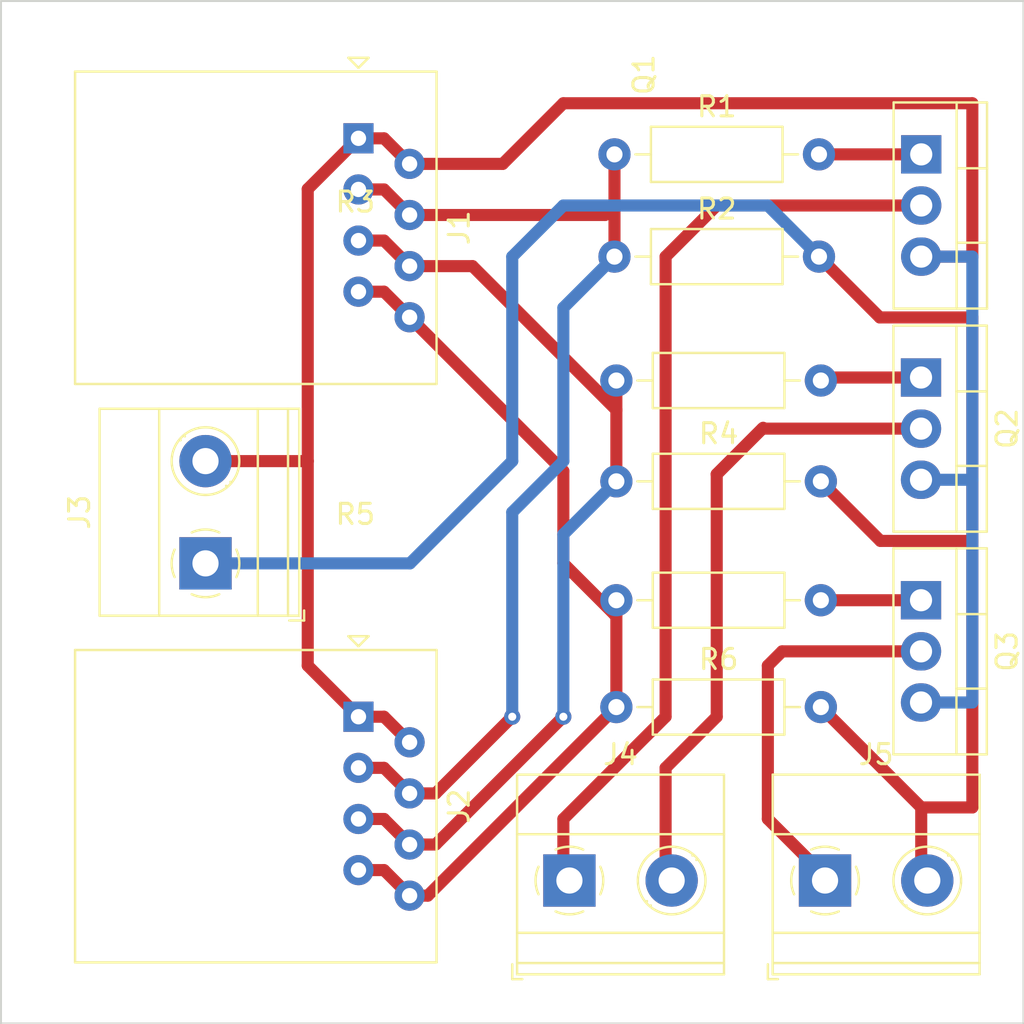
<source format=kicad_pcb>
(kicad_pcb (version 20221018) (generator pcbnew)
  (layers (0 "F.Cu" signal) (31 "B.Cu" signal) (34 "B.Paste" user) (35 "F.Paste" user) (36 "B.SilkS" user "B.Silkscreen") (37 "F.SilkS" user "F.Silkscreen") (38 "B.Mask" user) (39 "F.Mask" user) (44 "Edge.Cuts" user))
  (net 0 "")
  (net 1 "Net-(J3-Pin_1)")
  (net 2 "Net-(J3-Pin_2)")
  (net 3 "Net-(J4-Pin_1)")
  (net 4 "Net-(J4-Pin_2)")
  (net 5 "Net-(J5-Pin_1)")
  (net 6 "Net-(Q1-G)")
  (net 7 "Net-(Q2-G)")
  (net 8 "Net-(Q3-G)")
  (net 9 "Net-(J1-Pad7)")
  (net 10 "Net-(J1-Pad5)")
  (net 11 "Net-(J1-Pad3)")
  (footprint "Package_TO_SOT_THT:TO-220-3_Vertical" (layer "F.Cu") (at 99.04963 80.571791 -90)
    (fp_text reference "Q3" (at 2.54 -4.27 90) (layer "F.SilkS"))
    (fp_text value "IRLZ44N")
    (fp_line (start -2.58 -3.27) (end -2.58 1.371) (stroke (width 0.12)) (layer "F.SilkS"))
    (fp_line (start -2.58 -3.27) (end 7.66 -3.27) (stroke (width 0.12)) (layer "F.SilkS"))
    (fp_line (start -2.58 -1.76) (end 7.66 -1.76) (stroke (width 0.12)) (layer "F.SilkS"))
    (fp_line (start -2.58 1.371) (end 7.66 1.371) (stroke (width 0.12)) (layer "F.SilkS"))
    (fp_line (start 0.69 -3.27) (end 0.69 -1.76) (stroke (width 0.12)) (layer "F.SilkS"))
    (fp_line (start 4.391 -3.27) (end 4.391 -1.76) (stroke (width 0.12)) (layer "F.SilkS"))
    (fp_line (start 7.66 -3.27) (end 7.66 1.371) (stroke (width 0.12)) (layer "F.SilkS"))
    (pad "1" thru_hole rect (at 0 0 270) (size 1.905 2) (drill 1.1) (layers "*.Cu" "*.Mask") (net 8 "Net-(Q3-G)"))
    (pad "2" thru_hole oval (at 2.54 0 270) (size 1.905 2) (drill 1.1) (layers "*.Cu" "*.Mask") (net 5 "Net-(J5-Pin_1)"))
    (pad "3" thru_hole oval (at 5.08 0 270) (size 1.905 2) (drill 1.1) (layers "*.Cu" "*.Mask") (net 2 "Net-(J3-Pin_2)"))
  )
  (footprint "Resistor_THT:R_Axial_DIN0207_L6.3mm_D2.5mm_P10.16mm_Horizontal" (layer "F.Cu") (at 83.913468 85.880248)
    (fp_text reference "R6" (at 5.08 -2.37) (layer "F.SilkS"))
    (fp_text value "1k")
    (fp_line (start 1.04 0) (end 1.81 0) (stroke (width 0.12)) (layer "F.SilkS"))
    (fp_line (start 1.81 -1.37) (end 1.81 1.37) (stroke (width 0.12)) (layer "F.SilkS"))
    (fp_line (start 1.81 1.37) (end 8.35 1.37) (stroke (width 0.12)) (layer "F.SilkS"))
    (fp_line (start 8.35 -1.37) (end 1.81 -1.37) (stroke (width 0.12)) (layer "F.SilkS"))
    (fp_line (start 8.35 1.37) (end 8.35 -1.37) (stroke (width 0.12)) (layer "F.SilkS"))
    (fp_line (start 9.12 0) (end 8.35 0) (stroke (width 0.12)) (layer "F.SilkS"))
    (pad "1" thru_hole circle (at 0 0) (size 1.6 1.6) (drill 0.8) (layers "*.Cu" "*.Mask") (net 9 "Net-(J1-Pad7)"))
    (pad "2" thru_hole oval (at 10.16 0) (size 1.6 1.6) (drill 0.8) (layers "*.Cu" "*.Mask") (net 1 "Net-(J3-Pin_1)"))
  )
  (footprint "Resistor_THT:R_Axial_DIN0207_L6.3mm_D2.5mm_P10.16mm_Horizontal" (layer "F.Cu") (at 83.913468 69.655809)
    (fp_text reference "R3" (at -12.97 -8.87) (layer "F.SilkS"))
    (fp_text value "1k")
    (fp_line (start 1.04 0) (end 1.81 0) (stroke (width 0.12)) (layer "F.SilkS"))
    (fp_line (start 1.81 -1.37) (end 1.81 1.37) (stroke (width 0.12)) (layer "F.SilkS"))
    (fp_line (start 1.81 1.37) (end 8.35 1.37) (stroke (width 0.12)) (layer "F.SilkS"))
    (fp_line (start 8.35 -1.37) (end 1.81 -1.37) (stroke (width 0.12)) (layer "F.SilkS"))
    (fp_line (start 8.35 1.37) (end 8.35 -1.37) (stroke (width 0.12)) (layer "F.SilkS"))
    (fp_line (start 9.12 0) (end 8.35 0) (stroke (width 0.12)) (layer "F.SilkS"))
    (pad "1" thru_hole circle (at 0 0) (size 1.6 1.6) (drill 0.8) (layers "*.Cu" "*.Mask") (net 10 "Net-(J1-Pad5)"))
    (pad "2" thru_hole oval (at 10.16 0) (size 1.6 1.6) (drill 0.8) (layers "*.Cu" "*.Mask") (net 7 "Net-(Q2-G)"))
  )
  (footprint "Resistor_THT:R_Axial_DIN0207_L6.3mm_D2.5mm_P10.16mm_Horizontal" (layer "F.Cu") (at 83.913468 80.571791)
    (fp_text reference "R5" (at -12.97 -4.27) (layer "F.SilkS"))
    (fp_text value "1k")
    (fp_line (start 1.04 0) (end 1.81 0) (stroke (width 0.12)) (layer "F.SilkS"))
    (fp_line (start 1.81 -1.37) (end 1.81 1.37) (stroke (width 0.12)) (layer "F.SilkS"))
    (fp_line (start 1.81 1.37) (end 8.35 1.37) (stroke (width 0.12)) (layer "F.SilkS"))
    (fp_line (start 8.35 -1.37) (end 1.81 -1.37) (stroke (width 0.12)) (layer "F.SilkS"))
    (fp_line (start 8.35 1.37) (end 8.35 -1.37) (stroke (width 0.12)) (layer "F.SilkS"))
    (fp_line (start 9.12 0) (end 8.35 0) (stroke (width 0.12)) (layer "F.SilkS"))
    (pad "1" thru_hole circle (at 0 0) (size 1.6 1.6) (drill 0.8) (layers "*.Cu" "*.Mask") (net 9 "Net-(J1-Pad7)"))
    (pad "2" thru_hole oval (at 10.16 0) (size 1.6 1.6) (drill 0.8) (layers "*.Cu" "*.Mask") (net 8 "Net-(Q3-G)"))
  )
  (footprint "Package_TO_SOT_THT:TO-220-3_Vertical" (layer "F.Cu") (at 99.06 58.42 -90)
    (fp_text reference "Q1" (at -3.96 13.78 90) (layer "F.SilkS"))
    (fp_text value "IRLZ44N")
    (fp_line (start -2.58 -3.27) (end -2.58 1.371) (stroke (width 0.12)) (layer "F.SilkS"))
    (fp_line (start -2.58 -3.27) (end 7.66 -3.27) (stroke (width 0.12)) (layer "F.SilkS"))
    (fp_line (start -2.58 -1.76) (end 7.66 -1.76) (stroke (width 0.12)) (layer "F.SilkS"))
    (fp_line (start -2.58 1.371) (end 7.66 1.371) (stroke (width 0.12)) (layer "F.SilkS"))
    (fp_line (start 0.69 -3.27) (end 0.69 -1.76) (stroke (width 0.12)) (layer "F.SilkS"))
    (fp_line (start 4.391 -3.27) (end 4.391 -1.76) (stroke (width 0.12)) (layer "F.SilkS"))
    (fp_line (start 7.66 -3.27) (end 7.66 1.371) (stroke (width 0.12)) (layer "F.SilkS"))
    (pad "1" thru_hole rect (at 0 0 270) (size 1.905 2) (drill 1.1) (layers "*.Cu" "*.Mask") (net 6 "Net-(Q1-G)"))
    (pad "2" thru_hole oval (at 2.54 0 270) (size 1.905 2) (drill 1.1) (layers "*.Cu" "*.Mask") (net 3 "Net-(J4-Pin_1)"))
    (pad "3" thru_hole oval (at 5.08 0 270) (size 1.905 2) (drill 1.1) (layers "*.Cu" "*.Mask") (net 2 "Net-(J3-Pin_2)"))
  )
  (footprint "Connector_RJ:RJ45_Amphenol_54602-x08_Horizontal" (layer "F.Cu") (at 71.1 86.36 -90)
    (fp_text reference "J2" (at 4.445 -5 90) (layer "F.SilkS"))
    (fp_text value "RJ45")
    (fp_line (start -4 -0.5) (end -4 0.5) (stroke (width 0.12)) (layer "F.SilkS"))
    (fp_line (start -4 0.5) (end -3.5 0) (stroke (width 0.12)) (layer "F.SilkS"))
    (fp_line (start -3.5 0) (end -4 -0.5) (stroke (width 0.12)) (layer "F.SilkS"))
    (fp_line (start -3.315 -3.88) (end -3.315 14.08) (stroke (width 0.12)) (layer "F.SilkS"))
    (fp_line (start -3.315 14.08) (end 12.205 14.08) (stroke (width 0.12)) (layer "F.SilkS"))
    (fp_line (start 12.205 -3.88) (end -3.315 -3.88) (stroke (width 0.12)) (layer "F.SilkS"))
    (fp_line (start 12.205 -3.88) (end 12.205 14.08) (stroke (width 0.12)) (layer "F.SilkS"))
    (pad "" np_thru_hole circle (at -1.27 6.35 270) (size 3.2 3.2) (drill 3.2) (layers "*.Cu" "*.Mask"))
    (pad "" np_thru_hole circle (at 10.16 6.35 270) (size 3.2 3.2) (drill 3.2) (layers "*.Cu" "*.Mask"))
    (pad "1" thru_hole rect (at 0 0 270) (size 1.5 1.5) (drill 0.76) (layers "*.Cu" "*.Mask") (net 2 "Net-(J3-Pin_2)"))
    (pad "2" thru_hole circle (at 1.27 -2.54 270) (size 1.5 1.5) (drill 0.76) (layers "*.Cu" "*.Mask") (net 2 "Net-(J3-Pin_2)"))
    (pad "3" thru_hole circle (at 2.54 0 270) (size 1.5 1.5) (drill 0.76) (layers "*.Cu" "*.Mask") (net 11 "Net-(J1-Pad3)"))
    (pad "4" thru_hole circle (at 3.81 -2.54 270) (size 1.5 1.5) (drill 0.76) (layers "*.Cu" "*.Mask") (net 11 "Net-(J1-Pad3)"))
    (pad "5" thru_hole circle (at 5.08 0 270) (size 1.5 1.5) (drill 0.76) (layers "*.Cu" "*.Mask") (net 10 "Net-(J1-Pad5)"))
    (pad "6" thru_hole circle (at 6.35 -2.54 270) (size 1.5 1.5) (drill 0.76) (layers "*.Cu" "*.Mask") (net 10 "Net-(J1-Pad5)"))
    (pad "7" thru_hole circle (at 7.62 0 270) (size 1.5 1.5) (drill 0.76) (layers "*.Cu" "*.Mask") (net 9 "Net-(J1-Pad7)"))
    (pad "8" thru_hole circle (at 8.89 -2.54 270) (size 1.5 1.5) (drill 0.76) (layers "*.Cu" "*.Mask") (net 9 "Net-(J1-Pad7)"))
  )
  (footprint "TerminalBlock_Phoenix:TerminalBlock_Phoenix_MKDS-1,5-2-5.08_1x02_P5.08mm_Horizontal" (layer "F.Cu") (at 94.280947 94.49763)
    (fp_text reference "J5" (at 2.54 -6.26) (layer "F.SilkS"))
    (fp_text value "Screw_Terminal_01x02" hide)
    (fp_line (start -2.84 4.16) (end -2.84 4.9) (stroke (width 0.12)) (layer "F.SilkS"))
    (fp_line (start -2.84 4.9) (end -2.34 4.9) (stroke (width 0.12)) (layer "F.SilkS"))
    (fp_line (start -2.6 -5.261) (end -2.6 4.66) (stroke (width 0.12)) (layer "F.SilkS"))
    (fp_line (start -2.6 -5.261) (end 7.68 -5.261) (stroke (width 0.12)) (layer "F.SilkS"))
    (fp_line (start -2.6 -2.301) (end 7.68 -2.301) (stroke (width 0.12)) (layer "F.SilkS"))
    (fp_line (start -2.6 2.6) (end 7.68 2.6) (stroke (width 0.12)) (layer "F.SilkS"))
    (fp_line (start -2.6 4.1) (end 7.68 4.1) (stroke (width 0.12)) (layer "F.SilkS"))
    (fp_line (start -2.6 4.66) (end 7.68 4.66) (stroke (width 0.12)) (layer "F.SilkS"))
    (fp_line (start 3.853 1.023) (end 3.806 1.069) (stroke (width 0.12)) (layer "F.SilkS"))
    (fp_line (start 4.046 1.239) (end 4.011 1.274) (stroke (width 0.12)) (layer "F.SilkS"))
    (fp_line (start 6.15 -1.275) (end 6.115 -1.239) (stroke (width 0.12)) (layer "F.SilkS"))
    (fp_line (start 6.355 -1.069) (end 6.308 -1.023) (stroke (width 0.12)) (layer "F.SilkS"))
    (fp_line (start 7.68 -5.261) (end 7.68 4.66) (stroke (width 0.12)) (layer "F.SilkS"))
    (fp_arc (start -1.535427 0.683042) (mid -1.680501 -0.000524) (end -1.535 -0.684) (stroke (width 0.12)) (layer "F.SilkS"))
    (fp_arc (start -0.683042 -1.535427) (mid 0.000524 -1.680501) (end 0.684 -1.535) (stroke (width 0.12)) (layer "F.SilkS"))
    (fp_arc (start 0.028805 1.680253) (mid -0.335551 1.646659) (end -0.684 1.535) (stroke (width 0.12)) (layer "F.SilkS"))
    (fp_arc (start 0.683318 1.534756) (mid 0.349292 1.643288) (end 0 1.68) (stroke (width 0.12)) (layer "F.SilkS"))
    (fp_arc (start 1.535427 -0.683042) (mid 1.680501 0.000524) (end 1.535 0.684) (stroke (width 0.12)) (layer "F.SilkS"))
    (fp_circle (center 5.08 0) (end 6.76 0) (stroke (width 0.12)) (fill none) (layer "F.SilkS"))
    (pad "1" thru_hole rect (at 0 0) (size 2.6 2.6) (drill 1.3) (layers "*.Cu" "*.Mask") (net 5 "Net-(J5-Pin_1)"))
    (pad "2" thru_hole circle (at 5.08 0) (size 2.6 2.6) (drill 1.3) (layers "*.Cu" "*.Mask") (net 1 "Net-(J3-Pin_1)"))
  )
  (footprint "Connector_RJ:RJ45_Amphenol_54602-x08_Horizontal" (layer "F.Cu") (at 71.1 57.6225 -90)
    (fp_text reference "J1" (at 4.445 -5 90) (layer "F.SilkS"))
    (fp_text value "RJ45")
    (fp_line (start -4 -0.5) (end -4 0.5) (stroke (width 0.12)) (layer "F.SilkS"))
    (fp_line (start -4 0.5) (end -3.5 0) (stroke (width 0.12)) (layer "F.SilkS"))
    (fp_line (start -3.5 0) (end -4 -0.5) (stroke (width 0.12)) (layer "F.SilkS"))
    (fp_line (start -3.315 -3.88) (end -3.315 14.08) (stroke (width 0.12)) (layer "F.SilkS"))
    (fp_line (start -3.315 14.08) (end 12.205 14.08) (stroke (width 0.12)) (layer "F.SilkS"))
    (fp_line (start 12.205 -3.88) (end -3.315 -3.88) (stroke (width 0.12)) (layer "F.SilkS"))
    (fp_line (start 12.205 -3.88) (end 12.205 14.08) (stroke (width 0.12)) (layer "F.SilkS"))
    (pad "" np_thru_hole circle (at -1.27 6.35 270) (size 3.2 3.2) (drill 3.2) (layers "*.Cu" "*.Mask"))
    (pad "" np_thru_hole circle (at 10.16 6.35 270) (size 3.2 3.2) (drill 3.2) (layers "*.Cu" "*.Mask"))
    (pad "1" thru_hole rect (at 0 0 270) (size 1.5 1.5) (drill 0.76) (layers "*.Cu" "*.Mask") (net 2 "Net-(J3-Pin_2)"))
    (pad "2" thru_hole circle (at 1.27 -2.54 270) (size 1.5 1.5) (drill 0.76) (layers "*.Cu" "*.Mask") (net 2 "Net-(J3-Pin_2)"))
    (pad "3" thru_hole circle (at 2.54 0 270) (size 1.5 1.5) (drill 0.76) (layers "*.Cu" "*.Mask") (net 11 "Net-(J1-Pad3)"))
    (pad "4" thru_hole circle (at 3.81 -2.54 270) (size 1.5 1.5) (drill 0.76) (layers "*.Cu" "*.Mask") (net 11 "Net-(J1-Pad3)"))
    (pad "5" thru_hole circle (at 5.08 0 270) (size 1.5 1.5) (drill 0.76) (layers "*.Cu" "*.Mask") (net 10 "Net-(J1-Pad5)"))
    (pad "6" thru_hole circle (at 6.35 -2.54 270) (size 1.5 1.5) (drill 0.76) (layers "*.Cu" "*.Mask") (net 10 "Net-(J1-Pad5)"))
    (pad "7" thru_hole circle (at 7.62 0 270) (size 1.5 1.5) (drill 0.76) (layers "*.Cu" "*.Mask") (net 9 "Net-(J1-Pad7)"))
    (pad "8" thru_hole circle (at 8.89 -2.54 270) (size 1.5 1.5) (drill 0.76) (layers "*.Cu" "*.Mask") (net 9 "Net-(J1-Pad7)"))
  )
  (footprint "Resistor_THT:R_Axial_DIN0207_L6.3mm_D2.5mm_P10.16mm_Horizontal" (layer "F.Cu") (at 83.913468 74.665198)
    (fp_text reference "R4" (at 5.08 -2.37) (layer "F.SilkS"))
    (fp_text value "1k")
    (fp_line (start 1.04 0) (end 1.81 0) (stroke (width 0.12)) (layer "F.SilkS"))
    (fp_line (start 1.81 -1.37) (end 1.81 1.37) (stroke (width 0.12)) (layer "F.SilkS"))
    (fp_line (start 1.81 1.37) (end 8.35 1.37) (stroke (width 0.12)) (layer "F.SilkS"))
    (fp_line (start 8.35 -1.37) (end 1.81 -1.37) (stroke (width 0.12)) (layer "F.SilkS"))
    (fp_line (start 8.35 1.37) (end 8.35 -1.37) (stroke (width 0.12)) (layer "F.SilkS"))
    (fp_line (start 9.12 0) (end 8.35 0) (stroke (width 0.12)) (layer "F.SilkS"))
    (pad "1" thru_hole circle (at 0 0) (size 1.6 1.6) (drill 0.8) (layers "*.Cu" "*.Mask") (net 10 "Net-(J1-Pad5)"))
    (pad "2" thru_hole oval (at 10.16 0) (size 1.6 1.6) (drill 0.8) (layers "*.Cu" "*.Mask") (net 1 "Net-(J3-Pin_1)"))
  )
  (footprint "Package_TO_SOT_THT:TO-220-3_Vertical" (layer "F.Cu") (at 99.04963 69.506275 -90)
    (fp_text reference "Q2" (at 2.54 -4.27 90) (layer "F.SilkS"))
    (fp_text value "IRLZ44N")
    (fp_line (start -2.58 -3.27) (end -2.58 1.371) (stroke (width 0.12)) (layer "F.SilkS"))
    (fp_line (start -2.58 -3.27) (end 7.66 -3.27) (stroke (width 0.12)) (layer "F.SilkS"))
    (fp_line (start -2.58 -1.76) (end 7.66 -1.76) (stroke (width 0.12)) (layer "F.SilkS"))
    (fp_line (start -2.58 1.371) (end 7.66 1.371) (stroke (width 0.12)) (layer "F.SilkS"))
    (fp_line (start 0.69 -3.27) (end 0.69 -1.76) (stroke (width 0.12)) (layer "F.SilkS"))
    (fp_line (start 4.391 -3.27) (end 4.391 -1.76) (stroke (width 0.12)) (layer "F.SilkS"))
    (fp_line (start 7.66 -3.27) (end 7.66 1.371) (stroke (width 0.12)) (layer "F.SilkS"))
    (pad "1" thru_hole rect (at 0 0 270) (size 1.905 2) (drill 1.1) (layers "*.Cu" "*.Mask") (net 7 "Net-(Q2-G)"))
    (pad "2" thru_hole oval (at 2.54 0 270) (size 1.905 2) (drill 1.1) (layers "*.Cu" "*.Mask") (net 4 "Net-(J4-Pin_2)"))
    (pad "3" thru_hole oval (at 5.08 0 270) (size 1.905 2) (drill 1.1) (layers "*.Cu" "*.Mask") (net 2 "Net-(J3-Pin_2)"))
  )
  (footprint "Resistor_THT:R_Axial_DIN0207_L6.3mm_D2.5mm_P10.16mm_Horizontal" (layer "F.Cu") (at 83.82 63.5)
    (fp_text reference "R2" (at 5.08 -2.37) (layer "F.SilkS"))
    (fp_text value "1k")
    (fp_line (start 1.04 0) (end 1.81 0) (stroke (width 0.12)) (layer "F.SilkS"))
    (fp_line (start 1.81 -1.37) (end 1.81 1.37) (stroke (width 0.12)) (layer "F.SilkS"))
    (fp_line (start 1.81 1.37) (end 8.35 1.37) (stroke (width 0.12)) (layer "F.SilkS"))
    (fp_line (start 8.35 -1.37) (end 1.81 -1.37) (stroke (width 0.12)) (layer "F.SilkS"))
    (fp_line (start 8.35 1.37) (end 8.35 -1.37) (stroke (width 0.12)) (layer "F.SilkS"))
    (fp_line (start 9.12 0) (end 8.35 0) (stroke (width 0.12)) (layer "F.SilkS"))
    (pad "1" thru_hole circle (at 0 0) (size 1.6 1.6) (drill 0.8) (layers "*.Cu" "*.Mask") (net 11 "Net-(J1-Pad3)"))
    (pad "2" thru_hole oval (at 10.16 0) (size 1.6 1.6) (drill 0.8) (layers "*.Cu" "*.Mask") (net 1 "Net-(J3-Pin_1)"))
  )
  (footprint "TerminalBlock_Phoenix:TerminalBlock_Phoenix_MKDS-1,5-2-5.08_1x02_P5.08mm_Horizontal" (layer "F.Cu") (at 81.580947 94.49763)
    (fp_text reference "J4" (at 2.54 -6.26) (layer "F.SilkS"))
    (fp_text value "Screw_Terminal_01x02" hide)
    (fp_line (start -2.84 4.16) (end -2.84 4.9) (stroke (width 0.12)) (layer "F.SilkS"))
    (fp_line (start -2.84 4.9) (end -2.34 4.9) (stroke (width 0.12)) (layer "F.SilkS"))
    (fp_line (start -2.6 -5.261) (end -2.6 4.66) (stroke (width 0.12)) (layer "F.SilkS"))
    (fp_line (start -2.6 -5.261) (end 7.68 -5.261) (stroke (width 0.12)) (layer "F.SilkS"))
    (fp_line (start -2.6 -2.301) (end 7.68 -2.301) (stroke (width 0.12)) (layer "F.SilkS"))
    (fp_line (start -2.6 2.6) (end 7.68 2.6) (stroke (width 0.12)) (layer "F.SilkS"))
    (fp_line (start -2.6 4.1) (end 7.68 4.1) (stroke (width 0.12)) (layer "F.SilkS"))
    (fp_line (start -2.6 4.66) (end 7.68 4.66) (stroke (width 0.12)) (layer "F.SilkS"))
    (fp_line (start 3.853 1.023) (end 3.806 1.069) (stroke (width 0.12)) (layer "F.SilkS"))
    (fp_line (start 4.046 1.239) (end 4.011 1.274) (stroke (width 0.12)) (layer "F.SilkS"))
    (fp_line (start 6.15 -1.275) (end 6.115 -1.239) (stroke (width 0.12)) (layer "F.SilkS"))
    (fp_line (start 6.355 -1.069) (end 6.308 -1.023) (stroke (width 0.12)) (layer "F.SilkS"))
    (fp_line (start 7.68 -5.261) (end 7.68 4.66) (stroke (width 0.12)) (layer "F.SilkS"))
    (fp_arc (start -1.535427 0.683042) (mid -1.680501 -0.000524) (end -1.535 -0.684) (stroke (width 0.12)) (layer "F.SilkS"))
    (fp_arc (start -0.683042 -1.535427) (mid 0.000524 -1.680501) (end 0.684 -1.535) (stroke (width 0.12)) (layer "F.SilkS"))
    (fp_arc (start 0.028805 1.680253) (mid -0.335551 1.646659) (end -0.684 1.535) (stroke (width 0.12)) (layer "F.SilkS"))
    (fp_arc (start 0.683318 1.534756) (mid 0.349292 1.643288) (end 0 1.68) (stroke (width 0.12)) (layer "F.SilkS"))
    (fp_arc (start 1.535427 -0.683042) (mid 1.680501 0.000524) (end 1.535 0.684) (stroke (width 0.12)) (layer "F.SilkS"))
    (fp_circle (center 5.08 0) (end 6.76 0) (stroke (width 0.12)) (fill none) (layer "F.SilkS"))
    (pad "1" thru_hole rect (at 0 0) (size 2.6 2.6) (drill 1.3) (layers "*.Cu" "*.Mask") (net 3 "Net-(J4-Pin_1)"))
    (pad "2" thru_hole circle (at 5.08 0) (size 2.6 2.6) (drill 1.3) (layers "*.Cu" "*.Mask") (net 4 "Net-(J4-Pin_2)"))
  )
  (footprint "Resistor_THT:R_Axial_DIN0207_L6.3mm_D2.5mm_P10.16mm_Horizontal" (layer "F.Cu") (at 83.82 58.42)
    (fp_text reference "R1" (at 5.08 -2.37) (layer "F.SilkS"))
    (fp_text value "1k")
    (fp_line (start 1.04 0) (end 1.81 0) (stroke (width 0.12)) (layer "F.SilkS"))
    (fp_line (start 1.81 -1.37) (end 1.81 1.37) (stroke (width 0.12)) (layer "F.SilkS"))
    (fp_line (start 1.81 1.37) (end 8.35 1.37) (stroke (width 0.12)) (layer "F.SilkS"))
    (fp_line (start 8.35 -1.37) (end 1.81 -1.37) (stroke (width 0.12)) (layer "F.SilkS"))
    (fp_line (start 8.35 1.37) (end 8.35 -1.37) (stroke (width 0.12)) (layer "F.SilkS"))
    (fp_line (start 9.12 0) (end 8.35 0) (stroke (width 0.12)) (layer "F.SilkS"))
    (pad "1" thru_hole circle (at 0 0) (size 1.6 1.6) (drill 0.8) (layers "*.Cu" "*.Mask") (net 11 "Net-(J1-Pad3)"))
    (pad "2" thru_hole oval (at 10.16 0) (size 1.6 1.6) (drill 0.8) (layers "*.Cu" "*.Mask") (net 6 "Net-(Q1-G)"))
  )
  (footprint "TerminalBlock_Phoenix:TerminalBlock_Phoenix_MKDS-1,5-2-5.08_1x02_P5.08mm_Horizontal" (layer "F.Cu") (at 63.5 78.74 90)
    (fp_text reference "J3" (at 2.54 -6.26 90) (layer "F.SilkS"))
    (fp_text value "Screw_Terminal_01x02" hide)
    (fp_line (start -2.84 4.16) (end -2.84 4.9) (stroke (width 0.12)) (layer "F.SilkS"))
    (fp_line (start -2.84 4.9) (end -2.34 4.9) (stroke (width 0.12)) (layer "F.SilkS"))
    (fp_line (start -2.6 -5.261) (end -2.6 4.66) (stroke (width 0.12)) (layer "F.SilkS"))
    (fp_line (start -2.6 -5.261) (end 7.68 -5.261) (stroke (width 0.12)) (layer "F.SilkS"))
    (fp_line (start -2.6 -2.301) (end 7.68 -2.301) (stroke (width 0.12)) (layer "F.SilkS"))
    (fp_line (start -2.6 2.6) (end 7.68 2.6) (stroke (width 0.12)) (layer "F.SilkS"))
    (fp_line (start -2.6 4.1) (end 7.68 4.1) (stroke (width 0.12)) (layer "F.SilkS"))
    (fp_line (start -2.6 4.66) (end 7.68 4.66) (stroke (width 0.12)) (layer "F.SilkS"))
    (fp_line (start 3.853 1.023) (end 3.806 1.069) (stroke (width 0.12)) (layer "F.SilkS"))
    (fp_line (start 4.046 1.239) (end 4.011 1.274) (stroke (width 0.12)) (layer "F.SilkS"))
    (fp_line (start 6.15 -1.275) (end 6.115 -1.239) (stroke (width 0.12)) (layer "F.SilkS"))
    (fp_line (start 6.355 -1.069) (end 6.308 -1.023) (stroke (width 0.12)) (layer "F.SilkS"))
    (fp_line (start 7.68 -5.261) (end 7.68 4.66) (stroke (width 0.12)) (layer "F.SilkS"))
    (fp_arc (start -1.535427 0.683042) (mid -1.680501 -0.000524) (end -1.535 -0.684) (stroke (width 0.12)) (layer "F.SilkS"))
    (fp_arc (start -0.683042 -1.535427) (mid 0.000524 -1.680501) (end 0.684 -1.535) (stroke (width 0.12)) (layer "F.SilkS"))
    (fp_arc (start 0.028805 1.680253) (mid -0.335551 1.646659) (end -0.684 1.535) (stroke (width 0.12)) (layer "F.SilkS"))
    (fp_arc (start 0.683318 1.534756) (mid 0.349292 1.643288) (end 0 1.68) (stroke (width 0.12)) (layer "F.SilkS"))
    (fp_arc (start 1.535427 -0.683042) (mid 1.680501 0.000524) (end 1.535 0.684) (stroke (width 0.12)) (layer "F.SilkS"))
    (fp_circle (center 5.08 0) (end 6.76 0) (stroke (width 0.12)) (fill none) (layer "F.SilkS"))
    (pad "1" thru_hole rect (at 0 0 90) (size 2.6 2.6) (drill 1.3) (layers "*.Cu" "*.Mask") (net 1 "Net-(J3-Pin_1)"))
    (pad "2" thru_hole circle (at 5.08 0 90) (size 2.6 2.6) (drill 1.3) (layers "*.Cu" "*.Mask") (net 2 "Net-(J3-Pin_2)"))
  )
  (gr_rect (start 53.34 50.8) (end 104.14 101.6) (stroke (width 0.1)) (fill none) (layer "Edge.Cuts"))
  (segment (start 99.06 90.86678) (end 101.6 90.86678) (width 0.6) (layer "F.Cu") (net 1))
  (segment (start 94.073468 74.665198) (end 97.032998 77.624728) (width 0.6) (layer "F.Cu") (net 1))
  (segment (start 99.360947 94.49763) (end 99.360947 94.280947) (width 0.25) (layer "F.Cu") (net 1))
  (segment (start 97.032998 77.624728) (end 101.585699 77.624728) (width 0.6) (layer "F.Cu") (net 1))
  (segment (start 101.585699 77.624728) (end 101.6 77.639029) (width 0.6) (layer "F.Cu") (net 1))
  (segment (start 97.001829 66.521829) (end 101.6 66.521829) (width 0.6) (layer "F.Cu") (net 1))
  (segment (start 99.06 90.86678) (end 94.073468 85.880248) (width 0.6) (layer "F.Cu") (net 1))
  (segment (start 101.6 90.86678) (end 101.6 77.639029) (width 0.6) (layer "F.Cu") (net 1))
  (segment (start 93.98 63.5) (end 97.001829 66.521829) (width 0.6) (layer "F.Cu") (net 1))
  (segment (start 101.6 77.639029) (end 101.6 66.521829) (width 0.6) (layer "F.Cu") (net 1))
  (segment (start 99.360947 94.280947) (end 99.06 93.98) (width 0.25) (layer "F.Cu") (net 1))
  (segment (start 99.06 93.98) (end 99.06 90.86678) (width 0.6) (layer "F.Cu") (net 1))
  (segment (start 91.44 60.96) (end 93.98 63.5) (width 0.6) (layer "B.Cu") (net 1))
  (segment (start 78.74 73.66) (end 78.74 63.5) (width 0.6) (layer "B.Cu") (net 1))
  (segment (start 81.28 60.96) (end 91.44 60.96) (width 0.6) (layer "B.Cu") (net 1))
  (segment (start 73.66 78.74) (end 78.74 73.66) (width 0.6) (layer "B.Cu") (net 1))
  (segment (start 78.74 63.5) (end 81.28 60.96) (width 0.6) (layer "B.Cu") (net 1))
  (segment (start 63.5 78.74) (end 73.66 78.74) (width 0.6) (layer "B.Cu") (net 1))
  (segment (start 72.37 57.6225) (end 73.64 58.8925) (width 0.6) (layer "F.Cu") (net 2))
  (segment (start 71.1 86.36) (end 72.37 86.36) (width 0.6) (layer "F.Cu") (net 2))
  (segment (start 78.2675 58.8925) (end 81.28 55.88) (width 0.6) (layer "F.Cu") (net 2))
  (segment (start 68.58 83.82) (end 71.1 86.34) (width 0.6) (layer "F.Cu") (net 2))
  (segment (start 81.28 55.88) (end 101.6 55.88) (width 0.6) (layer "F.Cu") (net 2))
  (segment (start 72.37 86.36) (end 73.64 87.63) (width 0.6) (layer "F.Cu") (net 2))
  (segment (start 101.6 63.5) (end 99.06 63.5) (width 0.6) (layer "F.Cu") (net 2))
  (segment (start 71.1 86.34) (end 71.1 86.36) (width 0.6) (layer "F.Cu") (net 2))
  (segment (start 73.64 58.8925) (end 78.2675 58.8925) (width 0.6) (layer "F.Cu") (net 2))
  (segment (start 101.6 63.5) (end 101.6 55.88) (width 0.6) (layer "F.Cu") (net 2))
  (segment (start 63.5 73.66) (end 68.58 73.66) (width 0.6) (layer "F.Cu") (net 2))
  (segment (start 68.58 60.1425) (end 68.58 73.66) (width 0.6) (layer "F.Cu") (net 2))
  (segment (start 71.1 57.6225) (end 72.37 57.6225) (width 0.6) (layer "F.Cu") (net 2))
  (segment (start 71.1 57.6225) (end 68.58 60.1425) (width 0.6) (layer "F.Cu") (net 2))
  (segment (start 68.58 73.66) (end 68.58 83.82) (width 0.6) (layer "F.Cu") (net 2))
  (segment (start 99.06 63.5) (end 101.6 63.5) (width 0.6) (layer "B.Cu") (net 2))
  (segment (start 101.6 74.586275) (end 101.6 85.651791) (width 0.6) (layer "B.Cu") (net 2))
  (segment (start 99.04963 74.586275) (end 101.6 74.586275) (width 0.6) (layer "B.Cu") (net 2))
  (segment (start 99.04963 85.651791) (end 101.6 85.651791) (width 0.6) (layer "B.Cu") (net 2))
  (segment (start 101.6 63.5) (end 101.6 74.586275) (width 0.6) (layer "B.Cu") (net 2))
  (segment (start 86.36 63.5) (end 88.9 60.96) (width 0.6) (layer "F.Cu") (net 3))
  (segment (start 86.36 86.36) (end 86.36 63.5) (width 0.6) (layer "F.Cu") (net 3))
  (segment (start 81.28 91.44) (end 86.36 86.36) (width 0.6) (layer "F.Cu") (net 3))
  (segment (start 88.9 60.96) (end 99.06 60.96) (width 0.6) (layer "F.Cu") (net 3))
  (segment (start 81.580947 94.49763) (end 81.580947 94.280947) (width 0.25) (layer "F.Cu") (net 3))
  (segment (start 81.580947 94.280947) (end 81.28 93.98) (width 0.25) (layer "F.Cu") (net 3))
  (segment (start 81.28 93.98) (end 81.28 91.44) (width 0.6) (layer "F.Cu") (net 3))
  (segment (start 86.36 93.98) (end 86.36 88.9) (width 0.6) (layer "F.Cu") (net 4))
  (segment (start 91.163782 72.046275) (end 88.9 74.310057) (width 0.6) (layer "F.Cu") (net 4))
  (segment (start 88.9 86.36) (end 88.9 74.310057) (width 0.6) (layer "F.Cu") (net 4))
  (segment (start 86.36 88.9) (end 88.9 86.36) (width 0.6) (layer "F.Cu") (net 4))
  (segment (start 86.660947 94.280947) (end 86.36 93.98) (width 0.25) (layer "F.Cu") (net 4))
  (segment (start 86.660947 94.49763) (end 86.660947 94.280947) (width 0.25) (layer "F.Cu") (net 4))
  (segment (start 88.9 74.310057) (end 91.207393 72.002664) (width 0.6) (layer "F.Cu") (net 4))
  (segment (start 99.04963 72.046275) (end 91.163782 72.046275) (width 0.6) (layer "F.Cu") (net 4))
  (segment (start 91.44 83.82) (end 91.44 91.44) (width 0.6) (layer "F.Cu") (net 5))
  (segment (start 99.04963 83.111791) (end 92.148209 83.111791) (width 0.6) (layer "F.Cu") (net 5))
  (segment (start 94.280947 94.280947) (end 93.98 93.98) (width 0.25) (layer "F.Cu") (net 5))
  (segment (start 93.98 94.196683) (end 94.280947 94.49763) (width 0.25) (layer "F.Cu") (net 5))
  (segment (start 94.280947 94.49763) (end 94.280947 94.280947) (width 0.25) (layer "F.Cu") (net 5))
  (segment (start 91.44 91.44) (end 93.98 93.98) (width 0.6) (layer "F.Cu") (net 5))
  (segment (start 93.98 93.98) (end 93.98 94.196683) (width 0.25) (layer "F.Cu") (net 5))
  (segment (start 92.148209 83.111791) (end 91.44 83.82) (width 0.6) (layer "F.Cu") (net 5))
  (segment (start 99.06 58.42) (end 93.98 58.42) (width 0.6) (layer "F.Cu") (net 6))
  (segment (start 94.223002 69.506275) (end 94.073468 69.655809) (width 0.6) (layer "F.Cu") (net 7))
  (segment (start 99.04963 69.506275) (end 94.223002 69.506275) (width 0.6) (layer "F.Cu") (net 7))
  (segment (start 99.04963 80.571791) (end 94.073468 80.571791) (width 0.6) (layer "F.Cu") (net 8))
  (segment (start 81.28 74.1525) (end 81.28 78.74) (width 0.6) (layer "F.Cu") (net 9))
  (segment (start 81.28 78.74) (end 83.82 81.28) (width 0.6) (layer "F.Cu") (net 9))
  (segment (start 83.913468 85.880248) (end 74.543716 95.25) (width 0.6) (layer "F.Cu") (net 9))
  (segment (start 74.543716 95.25) (end 73.64 95.25) (width 0.6) (layer "F.Cu") (net 9))
  (segment (start 83.913468 81.28) (end 83.913468 85.880248) (width 0.6) (layer "F.Cu") (net 9))
  (segment (start 71.1 93.98) (end 72.37 93.98) (width 0.6) (layer "F.Cu") (net 9))
  (segment (start 83.82 81.28) (end 83.913468 81.28) (width 0.6) (layer "F.Cu") (net 9))
  (segment (start 83.913468 80.571791) (end 83.913468 81.28) (width 0.6) (layer "F.Cu") (net 9))
  (segment (start 71.1 65.2425) (end 72.37 65.2425) (width 0.6) (layer "F.Cu") (net 9))
  (segment (start 73.64 66.5125) (end 81.28 74.1525) (width 0.6) (layer "F.Cu") (net 9))
  (segment (start 72.37 65.2425) (end 73.64 66.5125) (width 0.6) (layer "F.Cu") (net 9))
  (segment (start 72.37 93.98) (end 73.64 95.25) (width 0.6) (layer "F.Cu") (net 9))
  (segment (start 72.37 62.7025) (end 73.64 63.9725) (width 0.6) (layer "F.Cu") (net 10))
  (segment (start 83.913468 69.655809) (end 83.913468 71.12) (width 0.6) (layer "F.Cu") (net 10))
  (segment (start 76.765968 63.9725) (end 83.913468 71.12) (width 0.6) (layer "F.Cu") (net 10))
  (segment (start 83.913468 71.12) (end 83.913468 74.665198) (width 0.6) (layer "F.Cu") (net 10))
  (segment (start 73.64 63.9725) (end 76.765968 63.9725) (width 0.6) (layer "F.Cu") (net 10))
  (segment (start 71.1 91.44) (end 72.37 91.44) (width 0.6) (layer "F.Cu") (net 10))
  (segment (start 71.1 62.7025) (end 72.37 62.7025) (width 0.6) (layer "F.Cu") (net 10))
  (segment (start 72.37 91.44) (end 73.64 92.71) (width 0.6) (layer "F.Cu") (net 10))
  (segment (start 74.93 92.71) (end 73.64 92.71) (width 0.6) (layer "F.Cu") (net 10))
  (segment (start 81.28 86.36) (end 74.93 92.71) (width 0.6) (layer "F.Cu") (net 10))
  (via (at 81.28 86.36) (size 0.8) (drill 0.4) (layers "F.Cu" "B.Cu") (net 10))
  (segment (start 81.28 77.298666) (end 83.913468 74.665198) (width 0.6) (layer "B.Cu") (net 10))
  (segment (start 81.28 86.36) (end 81.28 77.298666) (width 0.6) (layer "B.Cu") (net 10))
  (segment (start 74.93 90.17) (end 73.64 90.17) (width 0.6) (layer "F.Cu") (net 11))
  (segment (start 73.64 61.4325) (end 83.3475 61.4325) (width 0.6) (layer "F.Cu") (net 11))
  (segment (start 83.82 58.42) (end 83.82 60.96) (width 0.6) (layer "F.Cu") (net 11))
  (segment (start 71.1 88.9) (end 72.37 88.9) (width 0.6) (layer "F.Cu") (net 11))
  (segment (start 72.37 88.9) (end 73.64 90.17) (width 0.6) (layer "F.Cu") (net 11))
  (segment (start 78.74 86.36) (end 74.93 90.17) (width 0.6) (layer "F.Cu") (net 11))
  (segment (start 83.82 60.96) (end 83.82 63.5) (width 0.6) (layer "F.Cu") (net 11))
  (segment (start 71.1 60.1625) (end 72.37 60.1625) (width 0.6) (layer "F.Cu") (net 11))
  (segment (start 72.37 60.1625) (end 73.64 61.4325) (width 0.6) (layer "F.Cu") (net 11))
  (segment (start 83.3475 61.4325) (end 83.82 60.96) (width 0.6) (layer "F.Cu") (net 11))
  (via (at 78.74 86.36) (size 0.8) (drill 0.4) (layers "F.Cu" "B.Cu") (net 11))
  (segment (start 78.74 76.2) (end 81.28 73.66) (width 0.6) (layer "B.Cu") (net 11))
  (segment (start 81.28 66.04) (end 83.82 63.5) (width 0.6) (layer "B.Cu") (net 11))
  (segment (start 78.74 86.36) (end 78.74 76.2) (width 0.6) (layer "B.Cu") (net 11))
  (segment (start 81.28 73.66) (end 81.28 66.04) (width 0.6) (layer "B.Cu") (net 11))
)
</source>
